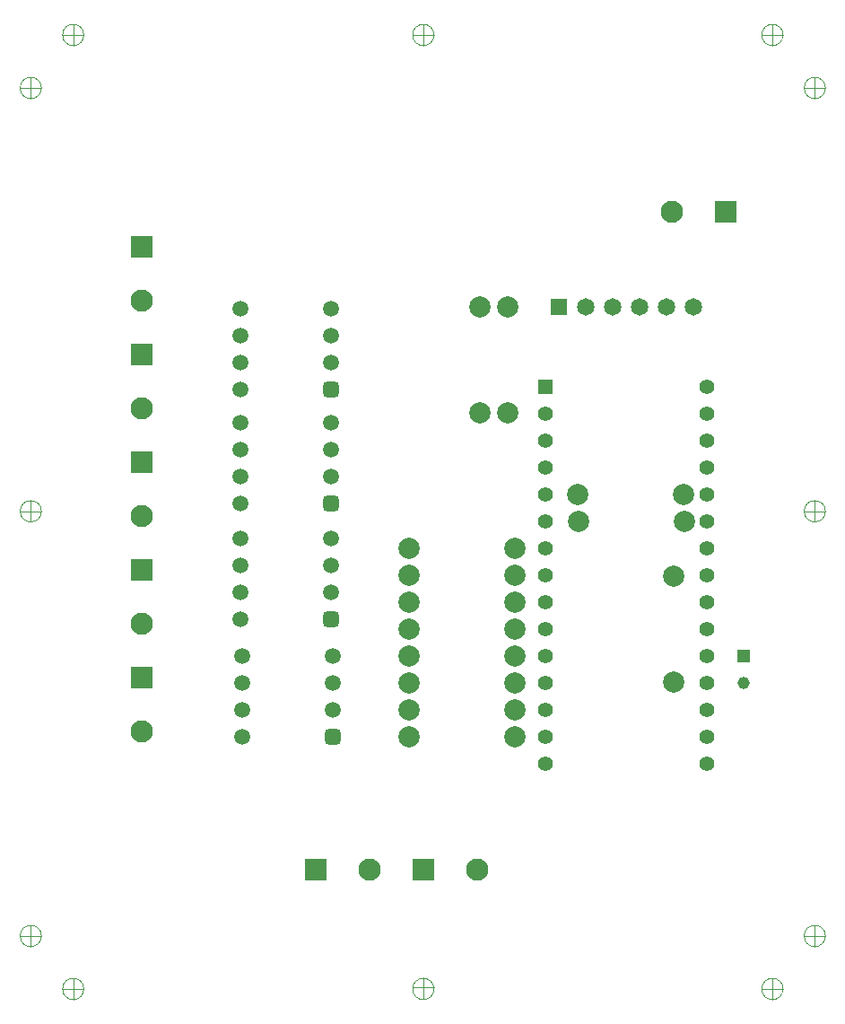
<source format=gtl>
G04*
G04 #@! TF.GenerationSoftware,Altium Limited,Altium Designer,25.2.1 (25)*
G04*
G04 Layer_Physical_Order=1*
G04 Layer_Color=255*
%FSLAX44Y44*%
%MOMM*%
G71*
G04*
G04 #@! TF.SameCoordinates,1C064638-B53A-42AB-B659-0CA3A7FDC49E*
G04*
G04*
G04 #@! TF.FilePolarity,Positive*
G04*
G01*
G75*
%ADD10C,0.0100*%
%ADD19C,1.1500*%
%ADD20R,1.1500X1.1500*%
%ADD23C,1.4140*%
%ADD24R,1.4140X1.4140*%
%ADD27R,2.1000X2.1000*%
%ADD28C,2.1000*%
%ADD29R,2.1000X2.1000*%
%ADD30C,2.0000*%
%ADD31C,1.6500*%
%ADD32R,1.6500X1.6500*%
%ADD33C,1.5000*%
G04:AMPARAMS|DCode=34|XSize=1.5mm|YSize=1.5mm|CornerRadius=0.375mm|HoleSize=0mm|Usage=FLASHONLY|Rotation=90.000|XOffset=0mm|YOffset=0mm|HoleType=Round|Shape=RoundedRectangle|*
%AMROUNDEDRECTD34*
21,1,1.5000,0.7500,0,0,90.0*
21,1,0.7500,1.5000,0,0,90.0*
1,1,0.7500,0.3750,0.3750*
1,1,0.7500,0.3750,-0.3750*
1,1,0.7500,-0.3750,-0.3750*
1,1,0.7500,-0.3750,0.3750*
%
%ADD34ROUNDEDRECTD34*%
D10*
X1100000Y1910000D02*
G03*
X1100000Y1910000I-10000J0D01*
G01*
Y1510665D02*
G03*
X1100000Y1510665I-10000J0D01*
G01*
Y1110000D02*
G03*
X1100000Y1110000I-10000J0D01*
G01*
X1800000Y1960000D02*
G03*
X1800000Y1960000I-10000J0D01*
G01*
X1470500D02*
G03*
X1470500Y1960000I-10000J0D01*
G01*
X1140000D02*
G03*
X1140000Y1960000I-10000J0D01*
G01*
X1840000Y1510665D02*
G03*
X1840000Y1510665I-10000J0D01*
G01*
Y1910000D02*
G03*
X1840000Y1910000I-10000J0D01*
G01*
Y1110000D02*
G03*
X1840000Y1110000I-10000J0D01*
G01*
X1800000Y1060000D02*
G03*
X1800000Y1060000I-10000J0D01*
G01*
X1470500D02*
G03*
X1470500Y1060000I-10000J0D01*
G01*
X1140000D02*
G03*
X1140000Y1060000I-10000J0D01*
G01*
X1090000Y1900000D02*
Y1920000D01*
X1080000Y1910000D02*
X1100000D01*
X1090000Y1500665D02*
Y1520665D01*
X1080000Y1510665D02*
X1100000D01*
X1090000Y1100000D02*
Y1120000D01*
X1080000Y1110000D02*
X1100000D01*
X1790000Y1950000D02*
Y1970000D01*
X1780000Y1960000D02*
X1800000D01*
X1450500Y1960080D02*
X1470500D01*
X1130000Y1950000D02*
Y1970000D01*
X1120000Y1960000D02*
X1140000D01*
X1460500Y1950080D02*
Y1970080D01*
X1820000Y1510665D02*
X1840000D01*
X1830000Y1500665D02*
Y1520665D01*
Y1900000D02*
Y1920000D01*
X1820000Y1910000D02*
X1840000D01*
X1820000Y1110000D02*
X1840000D01*
X1830000Y1100000D02*
Y1120000D01*
X1790000Y1050000D02*
Y1070000D01*
X1780000Y1060000D02*
X1800000D01*
X1460500Y1051250D02*
Y1071250D01*
X1450500Y1061250D02*
X1470500D01*
X1130000Y1050000D02*
Y1070000D01*
X1120000Y1060000D02*
X1140000D01*
D19*
X1762760Y1348740D02*
D03*
D20*
Y1374140D02*
D03*
D23*
X1728470Y1628140D02*
D03*
Y1602740D02*
D03*
Y1577340D02*
D03*
Y1551940D02*
D03*
Y1526540D02*
D03*
Y1501140D02*
D03*
Y1475740D02*
D03*
Y1450340D02*
D03*
Y1424940D02*
D03*
Y1399540D02*
D03*
Y1374140D02*
D03*
Y1348740D02*
D03*
Y1323340D02*
D03*
Y1297940D02*
D03*
Y1272540D02*
D03*
X1576070D02*
D03*
Y1297940D02*
D03*
Y1323340D02*
D03*
Y1348740D02*
D03*
Y1374140D02*
D03*
Y1399540D02*
D03*
Y1424940D02*
D03*
Y1450340D02*
D03*
Y1475740D02*
D03*
Y1501140D02*
D03*
Y1526540D02*
D03*
Y1551940D02*
D03*
Y1577340D02*
D03*
Y1602740D02*
D03*
D24*
Y1628140D02*
D03*
D27*
X1460500Y1172210D02*
D03*
X1746250Y1793240D02*
D03*
X1358900Y1172210D02*
D03*
D28*
X1511300D02*
D03*
X1195070Y1506220D02*
D03*
Y1607820D02*
D03*
X1695450Y1793240D02*
D03*
X1409700Y1172210D02*
D03*
X1195070Y1303020D02*
D03*
Y1404620D02*
D03*
Y1709420D02*
D03*
D29*
Y1557020D02*
D03*
Y1658620D02*
D03*
Y1353820D02*
D03*
Y1455420D02*
D03*
Y1760220D02*
D03*
D30*
X1513840Y1703540D02*
D03*
Y1603540D02*
D03*
X1540510D02*
D03*
Y1703540D02*
D03*
X1707350Y1501140D02*
D03*
X1607350D02*
D03*
X1706080Y1526540D02*
D03*
X1606080D02*
D03*
X1696720Y1349540D02*
D03*
Y1449540D02*
D03*
X1547330Y1297940D02*
D03*
X1447330D02*
D03*
X1547330Y1323340D02*
D03*
X1447330D02*
D03*
X1547330Y1348740D02*
D03*
X1447330D02*
D03*
X1547330Y1374140D02*
D03*
X1447330D02*
D03*
X1547330Y1399540D02*
D03*
X1447330D02*
D03*
X1547330Y1424940D02*
D03*
X1447330D02*
D03*
X1547330Y1450340D02*
D03*
X1447330D02*
D03*
X1547330Y1475740D02*
D03*
X1447330D02*
D03*
D31*
X1715770Y1703070D02*
D03*
X1690370D02*
D03*
X1664970D02*
D03*
X1639570D02*
D03*
X1614170D02*
D03*
D32*
X1588770D02*
D03*
D33*
X1289430Y1374140D02*
D03*
Y1348740D02*
D03*
Y1323340D02*
D03*
Y1297940D02*
D03*
X1375030Y1374140D02*
D03*
Y1348740D02*
D03*
Y1323340D02*
D03*
X1288160Y1484630D02*
D03*
Y1459230D02*
D03*
Y1433830D02*
D03*
Y1408430D02*
D03*
X1373760Y1484630D02*
D03*
Y1459230D02*
D03*
Y1433830D02*
D03*
X1288160Y1593850D02*
D03*
Y1568450D02*
D03*
Y1543050D02*
D03*
Y1517650D02*
D03*
X1373760Y1593850D02*
D03*
Y1568450D02*
D03*
Y1543050D02*
D03*
X1288160Y1701800D02*
D03*
Y1676400D02*
D03*
Y1651000D02*
D03*
Y1625600D02*
D03*
X1373760Y1701800D02*
D03*
Y1676400D02*
D03*
Y1651000D02*
D03*
D34*
X1375030Y1297940D02*
D03*
X1373760Y1408430D02*
D03*
Y1517650D02*
D03*
Y1625600D02*
D03*
M02*

</source>
